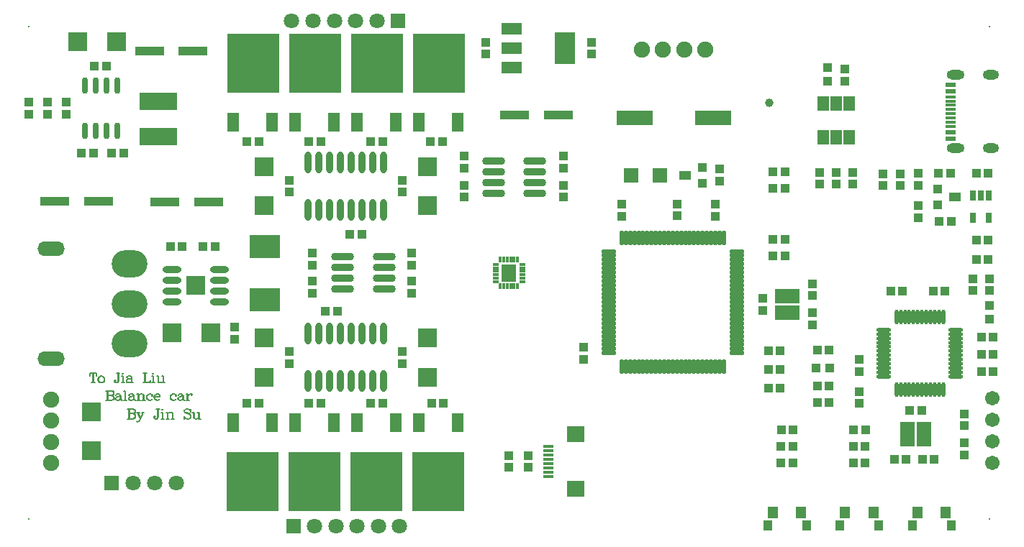
<source format=gts>
G04*
G04 #@! TF.GenerationSoftware,Altium Limited,Altium Designer,20.1.11 (218)*
G04*
G04 Layer_Color=8388736*
%FSLAX25Y25*%
%MOIN*%
G70*
G04*
G04 #@! TF.SameCoordinates,8D0FCBAB-09EC-4A3B-B863-23265075E7EF*
G04*
G04*
G04 #@! TF.FilePolarity,Negative*
G04*
G01*
G75*
%ADD21C,0.00787*%
%ADD63R,0.03950X0.03950*%
%ADD64R,0.04343X0.03950*%
%ADD65C,0.06706*%
%ADD66R,0.03950X0.03950*%
%ADD67R,0.08674X0.08674*%
%ADD68R,0.08674X0.08674*%
%ADD69R,0.03950X0.04343*%
%ADD70R,0.07099X0.07887*%
%ADD71O,0.02965X0.01587*%
%ADD72O,0.01587X0.02965*%
%ADD73R,0.16548X0.06706*%
%ADD74R,0.05524X0.07099*%
%ADD75R,0.06800X0.06800*%
%ADD76R,0.05800X0.04400*%
%ADD77R,0.04400X0.04400*%
%ADD78O,0.06706X0.01863*%
%ADD79O,0.01863X0.06706*%
%ADD80R,0.06706X0.11430*%
%ADD81R,0.03940X0.05120*%
%ADD82R,0.05120X0.05520*%
%ADD83O,0.03162X0.10052*%
%ADD84O,0.08824X0.03060*%
%ADD85O,0.07099X0.01981*%
%ADD86O,0.01981X0.07099*%
%ADD87O,0.02880X0.07743*%
%ADD88R,0.05118X0.01575*%
%ADD89R,0.08268X0.07480*%
%ADD90R,0.17330X0.08270*%
%ADD91R,0.04890X0.02370*%
%ADD92R,0.04890X0.01580*%
%ADD93R,0.13871X0.10540*%
%ADD94R,0.13635X0.04383*%
%ADD95R,0.03162X0.04737*%
%ADD96R,0.05524X0.08674*%
%ADD97R,0.24422X0.27178*%
%ADD98R,0.09461X0.14973*%
%ADD99R,0.09461X0.05524*%
%ADD100O,0.10642X0.03556*%
%ADD101R,0.11430X0.06706*%
%ADD102O,0.16548X0.12611*%
%ADD103O,0.12611X0.06706*%
%ADD104C,0.07487*%
%ADD105R,0.07099X0.07099*%
%ADD106C,0.07099*%
%ADD107O,0.08270X0.04340*%
%ADD108O,0.07490X0.04340*%
%ADD109C,0.00800*%
%ADD110C,0.03950*%
%ADD111C,0.03200*%
D21*
X-185970Y-54614D02*
Y-59113D01*
X-185756Y-54614D02*
Y-59113D01*
X-186613Y-54614D02*
X-184042D01*
X-183399Y-54828D01*
X-183185Y-55042D01*
X-182970Y-55471D01*
Y-55899D01*
X-183185Y-56327D01*
X-183399Y-56542D01*
X-184042Y-56756D01*
Y-54614D02*
X-183613Y-54828D01*
X-183399Y-55042D01*
X-183185Y-55471D01*
Y-55899D01*
X-183399Y-56327D01*
X-183613Y-56542D01*
X-184042Y-56756D01*
X-185756D02*
X-184042D01*
X-183399Y-56970D01*
X-183185Y-57184D01*
X-182970Y-57613D01*
Y-58256D01*
X-183185Y-58684D01*
X-183399Y-58898D01*
X-184042Y-59113D01*
X-186613D01*
X-184042Y-56756D02*
X-183613Y-56970D01*
X-183399Y-57184D01*
X-183185Y-57613D01*
Y-58256D01*
X-183399Y-58684D01*
X-183613Y-58898D01*
X-184042Y-59113D01*
X-181942Y-56542D02*
Y-56756D01*
X-182156D01*
Y-56542D01*
X-181942Y-56327D01*
X-181514Y-56113D01*
X-180657D01*
X-180228Y-56327D01*
X-180014Y-56542D01*
X-179800Y-56970D01*
Y-58470D01*
X-179586Y-58898D01*
X-179371Y-59113D01*
X-180014Y-56542D02*
Y-58470D01*
X-179800Y-58898D01*
X-179371Y-59113D01*
X-179157D01*
X-180014Y-56970D02*
X-180228Y-57184D01*
X-181514Y-57399D01*
X-182156Y-57613D01*
X-182371Y-58041D01*
Y-58470D01*
X-182156Y-58898D01*
X-181514Y-59113D01*
X-180871D01*
X-180443Y-58898D01*
X-180014Y-58470D01*
X-181514Y-57399D02*
X-181942Y-57613D01*
X-182156Y-58041D01*
Y-58470D01*
X-181942Y-58898D01*
X-181514Y-59113D01*
X-177872Y-54614D02*
Y-59113D01*
X-177657Y-54614D02*
Y-59113D01*
X-178514Y-54614D02*
X-177657D01*
X-178514Y-59113D02*
X-177015D01*
X-175772Y-56542D02*
Y-56756D01*
X-175986D01*
Y-56542D01*
X-175772Y-56327D01*
X-175344Y-56113D01*
X-174487D01*
X-174058Y-56327D01*
X-173844Y-56542D01*
X-173630Y-56970D01*
Y-58470D01*
X-173415Y-58898D01*
X-173201Y-59113D01*
X-173844Y-56542D02*
Y-58470D01*
X-173630Y-58898D01*
X-173201Y-59113D01*
X-172987D01*
X-173844Y-56970D02*
X-174058Y-57184D01*
X-175344Y-57399D01*
X-175986Y-57613D01*
X-176200Y-58041D01*
Y-58470D01*
X-175986Y-58898D01*
X-175344Y-59113D01*
X-174701D01*
X-174272Y-58898D01*
X-173844Y-58470D01*
X-175344Y-57399D02*
X-175772Y-57613D01*
X-175986Y-58041D01*
Y-58470D01*
X-175772Y-58898D01*
X-175344Y-59113D01*
X-171702Y-56113D02*
Y-59113D01*
X-171487Y-56113D02*
Y-59113D01*
Y-56756D02*
X-171059Y-56327D01*
X-170416Y-56113D01*
X-169988D01*
X-169345Y-56327D01*
X-169131Y-56756D01*
Y-59113D01*
X-169988Y-56113D02*
X-169559Y-56327D01*
X-169345Y-56756D01*
Y-59113D01*
X-172344Y-56113D02*
X-171487D01*
X-172344Y-59113D02*
X-170844D01*
X-169988D02*
X-168488D01*
X-165339Y-56756D02*
X-165553Y-56970D01*
X-165339Y-57184D01*
X-165124Y-56970D01*
Y-56756D01*
X-165553Y-56327D01*
X-165981Y-56113D01*
X-166624D01*
X-167267Y-56327D01*
X-167695Y-56756D01*
X-167910Y-57399D01*
Y-57827D01*
X-167695Y-58470D01*
X-167267Y-58898D01*
X-166624Y-59113D01*
X-166195D01*
X-165553Y-58898D01*
X-165124Y-58470D01*
X-166624Y-56113D02*
X-167052Y-56327D01*
X-167481Y-56756D01*
X-167695Y-57399D01*
Y-57827D01*
X-167481Y-58470D01*
X-167052Y-58898D01*
X-166624Y-59113D01*
X-164225Y-57399D02*
X-161654D01*
Y-56970D01*
X-161868Y-56542D01*
X-162082Y-56327D01*
X-162511Y-56113D01*
X-163153D01*
X-163796Y-56327D01*
X-164225Y-56756D01*
X-164439Y-57399D01*
Y-57827D01*
X-164225Y-58470D01*
X-163796Y-58898D01*
X-163153Y-59113D01*
X-162725D01*
X-162082Y-58898D01*
X-161654Y-58470D01*
X-161868Y-57399D02*
Y-56756D01*
X-162082Y-56327D01*
X-163153Y-56113D02*
X-163582Y-56327D01*
X-164010Y-56756D01*
X-164225Y-57399D01*
Y-57827D01*
X-164010Y-58470D01*
X-163582Y-58898D01*
X-163153Y-59113D01*
X-154348Y-56756D02*
X-154562Y-56970D01*
X-154348Y-57184D01*
X-154134Y-56970D01*
Y-56756D01*
X-154562Y-56327D01*
X-154991Y-56113D01*
X-155633D01*
X-156276Y-56327D01*
X-156705Y-56756D01*
X-156919Y-57399D01*
Y-57827D01*
X-156705Y-58470D01*
X-156276Y-58898D01*
X-155633Y-59113D01*
X-155205D01*
X-154562Y-58898D01*
X-154134Y-58470D01*
X-155633Y-56113D02*
X-156062Y-56327D01*
X-156491Y-56756D01*
X-156705Y-57399D01*
Y-57827D01*
X-156491Y-58470D01*
X-156062Y-58898D01*
X-155633Y-59113D01*
X-153020Y-56542D02*
Y-56756D01*
X-153234D01*
Y-56542D01*
X-153020Y-56327D01*
X-152591Y-56113D01*
X-151734D01*
X-151306Y-56327D01*
X-151092Y-56542D01*
X-150877Y-56970D01*
Y-58470D01*
X-150663Y-58898D01*
X-150449Y-59113D01*
X-151092Y-56542D02*
Y-58470D01*
X-150877Y-58898D01*
X-150449Y-59113D01*
X-150235D01*
X-151092Y-56970D02*
X-151306Y-57184D01*
X-152591Y-57399D01*
X-153234Y-57613D01*
X-153448Y-58041D01*
Y-58470D01*
X-153234Y-58898D01*
X-152591Y-59113D01*
X-151949D01*
X-151520Y-58898D01*
X-151092Y-58470D01*
X-152591Y-57399D02*
X-153020Y-57613D01*
X-153234Y-58041D01*
Y-58470D01*
X-153020Y-58898D01*
X-152591Y-59113D01*
X-148949Y-56113D02*
Y-59113D01*
X-148735Y-56113D02*
Y-59113D01*
Y-57399D02*
X-148521Y-56756D01*
X-148092Y-56327D01*
X-147664Y-56113D01*
X-147021D01*
X-146807Y-56327D01*
Y-56542D01*
X-147021Y-56756D01*
X-147235Y-56542D01*
X-147021Y-56327D01*
X-149592Y-56113D02*
X-148735D01*
X-149592Y-59113D02*
X-148092D01*
X-175970Y-63114D02*
Y-67613D01*
X-175756Y-63114D02*
Y-67613D01*
X-176613Y-63114D02*
X-174042D01*
X-173399Y-63328D01*
X-173185Y-63542D01*
X-172970Y-63971D01*
Y-64399D01*
X-173185Y-64828D01*
X-173399Y-65042D01*
X-174042Y-65256D01*
Y-63114D02*
X-173613Y-63328D01*
X-173399Y-63542D01*
X-173185Y-63971D01*
Y-64399D01*
X-173399Y-64828D01*
X-173613Y-65042D01*
X-174042Y-65256D01*
X-175756D02*
X-174042D01*
X-173399Y-65470D01*
X-173185Y-65685D01*
X-172970Y-66113D01*
Y-66756D01*
X-173185Y-67184D01*
X-173399Y-67399D01*
X-174042Y-67613D01*
X-176613D01*
X-174042Y-65256D02*
X-173613Y-65470D01*
X-173399Y-65685D01*
X-173185Y-66113D01*
Y-66756D01*
X-173399Y-67184D01*
X-173613Y-67399D01*
X-174042Y-67613D01*
X-171942Y-64614D02*
X-170657Y-67613D01*
X-171728Y-64614D02*
X-170657Y-67184D01*
X-169371Y-64614D02*
X-170657Y-67613D01*
X-171085Y-68470D01*
X-171514Y-68898D01*
X-171942Y-69113D01*
X-172156D01*
X-172371Y-68898D01*
X-172156Y-68684D01*
X-171942Y-68898D01*
X-172371Y-64614D02*
X-171085D01*
X-170228D02*
X-168943D01*
X-162558Y-63114D02*
Y-66756D01*
X-162773Y-67399D01*
X-163201Y-67613D01*
X-163630D01*
X-164058Y-67399D01*
X-164272Y-66970D01*
Y-66542D01*
X-164058Y-66328D01*
X-163844Y-66542D01*
X-164058Y-66756D01*
X-162773Y-63114D02*
Y-66756D01*
X-162987Y-67399D01*
X-163201Y-67613D01*
X-163415Y-63114D02*
X-161916D01*
X-160545D02*
X-160759Y-63328D01*
X-160545Y-63542D01*
X-160330Y-63328D01*
X-160545Y-63114D01*
Y-64614D02*
Y-67613D01*
X-160330Y-64614D02*
Y-67613D01*
X-161187Y-64614D02*
X-160330D01*
X-161187Y-67613D02*
X-159688D01*
X-158231Y-64614D02*
Y-67613D01*
X-158017Y-64614D02*
Y-67613D01*
Y-65256D02*
X-157588Y-64828D01*
X-156945Y-64614D01*
X-156517D01*
X-155874Y-64828D01*
X-155660Y-65256D01*
Y-67613D01*
X-156517Y-64614D02*
X-156088Y-64828D01*
X-155874Y-65256D01*
Y-67613D01*
X-158874Y-64614D02*
X-158017D01*
X-158874Y-67613D02*
X-157374D01*
X-156517D02*
X-155017D01*
X-147605Y-63757D02*
X-147390Y-63114D01*
Y-64399D01*
X-147605Y-63757D01*
X-148033Y-63328D01*
X-148676Y-63114D01*
X-149319D01*
X-149961Y-63328D01*
X-150390Y-63757D01*
Y-64185D01*
X-150175Y-64614D01*
X-149961Y-64828D01*
X-149533Y-65042D01*
X-148247Y-65470D01*
X-147819Y-65685D01*
X-147390Y-66113D01*
X-150390Y-64185D02*
X-149961Y-64614D01*
X-149533Y-64828D01*
X-148247Y-65256D01*
X-147819Y-65470D01*
X-147605Y-65685D01*
X-147390Y-66113D01*
Y-66970D01*
X-147819Y-67399D01*
X-148461Y-67613D01*
X-149104D01*
X-149747Y-67399D01*
X-150175Y-66970D01*
X-150390Y-66328D01*
Y-67613D01*
X-150175Y-66970D01*
X-146083Y-64614D02*
Y-66970D01*
X-145869Y-67399D01*
X-145227Y-67613D01*
X-144798D01*
X-144155Y-67399D01*
X-143727Y-66970D01*
X-145869Y-64614D02*
Y-66970D01*
X-145655Y-67399D01*
X-145227Y-67613D01*
X-143727Y-64614D02*
Y-67613D01*
X-143513Y-64614D02*
Y-67613D01*
X-146726Y-64614D02*
X-145869D01*
X-144369D02*
X-143513D01*
X-143727Y-67613D02*
X-142870D01*
X-192713Y-46414D02*
Y-50913D01*
X-192499Y-46414D02*
Y-50913D01*
X-193998Y-46414D02*
X-194213Y-47699D01*
Y-46414D01*
X-190999D01*
Y-47699D01*
X-191213Y-46414D01*
X-193356Y-50913D02*
X-191856D01*
X-189071Y-47913D02*
X-189714Y-48127D01*
X-190142Y-48556D01*
X-190356Y-49199D01*
Y-49627D01*
X-190142Y-50270D01*
X-189714Y-50698D01*
X-189071Y-50913D01*
X-188642D01*
X-188000Y-50698D01*
X-187571Y-50270D01*
X-187357Y-49627D01*
Y-49199D01*
X-187571Y-48556D01*
X-188000Y-48127D01*
X-188642Y-47913D01*
X-189071D01*
X-189499Y-48127D01*
X-189928Y-48556D01*
X-190142Y-49199D01*
Y-49627D01*
X-189928Y-50270D01*
X-189499Y-50698D01*
X-189071Y-50913D01*
X-188642D02*
X-188214Y-50698D01*
X-187785Y-50270D01*
X-187571Y-49627D01*
Y-49199D01*
X-187785Y-48556D01*
X-188214Y-48127D01*
X-188642Y-47913D01*
X-180930Y-46414D02*
Y-50056D01*
X-181144Y-50698D01*
X-181572Y-50913D01*
X-182001D01*
X-182429Y-50698D01*
X-182644Y-50270D01*
Y-49841D01*
X-182429Y-49627D01*
X-182215Y-49841D01*
X-182429Y-50056D01*
X-181144Y-46414D02*
Y-50056D01*
X-181358Y-50698D01*
X-181572Y-50913D01*
X-181787Y-46414D02*
X-180287D01*
X-178916D02*
X-179130Y-46628D01*
X-178916Y-46842D01*
X-178702Y-46628D01*
X-178916Y-46414D01*
Y-47913D02*
Y-50913D01*
X-178702Y-47913D02*
Y-50913D01*
X-179559Y-47913D02*
X-178702D01*
X-179559Y-50913D02*
X-178059D01*
X-176816Y-48342D02*
Y-48556D01*
X-177031D01*
Y-48342D01*
X-176816Y-48127D01*
X-176388Y-47913D01*
X-175531D01*
X-175102Y-48127D01*
X-174888Y-48342D01*
X-174674Y-48770D01*
Y-50270D01*
X-174460Y-50698D01*
X-174246Y-50913D01*
X-174888Y-48342D02*
Y-50270D01*
X-174674Y-50698D01*
X-174246Y-50913D01*
X-174031D01*
X-174888Y-48770D02*
X-175102Y-48984D01*
X-176388Y-49199D01*
X-177031Y-49413D01*
X-177245Y-49841D01*
Y-50270D01*
X-177031Y-50698D01*
X-176388Y-50913D01*
X-175745D01*
X-175317Y-50698D01*
X-174888Y-50270D01*
X-176388Y-49199D02*
X-176816Y-49413D01*
X-177031Y-49841D01*
Y-50270D01*
X-176816Y-50698D01*
X-176388Y-50913D01*
X-168697Y-46414D02*
Y-50913D01*
X-168482Y-46414D02*
Y-50913D01*
X-169339Y-46414D02*
X-167840D01*
X-169339Y-50913D02*
X-166126D01*
Y-49627D01*
X-166340Y-50913D01*
X-164840Y-46414D02*
X-165055Y-46628D01*
X-164840Y-46842D01*
X-164626Y-46628D01*
X-164840Y-46414D01*
Y-47913D02*
Y-50913D01*
X-164626Y-47913D02*
Y-50913D01*
X-165483Y-47913D02*
X-164626D01*
X-165483Y-50913D02*
X-163983D01*
X-162527Y-47913D02*
Y-50270D01*
X-162312Y-50698D01*
X-161670Y-50913D01*
X-161241D01*
X-160598Y-50698D01*
X-160170Y-50270D01*
X-162312Y-47913D02*
Y-50270D01*
X-162098Y-50698D01*
X-161670Y-50913D01*
X-160170Y-47913D02*
Y-50913D01*
X-159956Y-47913D02*
Y-50913D01*
X-163169Y-47913D02*
X-162312D01*
X-160813D02*
X-159956D01*
X-160170Y-50913D02*
X-159313D01*
D63*
X147700Y95143D02*
D03*
X147728Y88848D02*
D03*
X222527Y-21411D02*
D03*
X222499Y-15116D02*
D03*
D64*
X155500Y89075D02*
D03*
Y94586D02*
D03*
X97600Y48086D02*
D03*
Y42575D02*
D03*
X162284Y-40189D02*
D03*
Y-45700D02*
D03*
X211000Y-70911D02*
D03*
Y-65400D02*
D03*
X210979Y-84300D02*
D03*
Y-78789D02*
D03*
X162306Y-55000D02*
D03*
Y-60511D02*
D03*
X25100Y35089D02*
D03*
Y40600D02*
D03*
X34400Y-40011D02*
D03*
Y-34500D02*
D03*
X-101773Y-42002D02*
D03*
Y-36491D02*
D03*
X-49393Y-42002D02*
D03*
Y-36491D02*
D03*
X-127200Y-25114D02*
D03*
Y-30625D02*
D03*
X-101752Y43070D02*
D03*
Y37559D02*
D03*
X-10916Y101420D02*
D03*
Y106931D02*
D03*
X-49372Y43070D02*
D03*
Y37559D02*
D03*
X140662Y-18542D02*
D03*
Y-24054D02*
D03*
X140640Y-10548D02*
D03*
Y-5037D02*
D03*
X52200Y26389D02*
D03*
Y31900D02*
D03*
X95500Y26389D02*
D03*
Y31900D02*
D03*
X214800Y-8200D02*
D03*
Y-2689D02*
D03*
X-205100Y73575D02*
D03*
Y79086D02*
D03*
X0Y-90230D02*
D03*
Y-84719D02*
D03*
X-91200Y-9400D02*
D03*
Y-3889D02*
D03*
Y3700D02*
D03*
Y9211D02*
D03*
X-20703Y35089D02*
D03*
Y40600D02*
D03*
Y48689D02*
D03*
Y54200D02*
D03*
X189648Y31095D02*
D03*
Y25584D02*
D03*
X159334Y41123D02*
D03*
Y46634D02*
D03*
X189648Y40573D02*
D03*
Y46084D02*
D03*
X151559Y41123D02*
D03*
Y46634D02*
D03*
X143784Y41123D02*
D03*
Y46634D02*
D03*
X173100Y46023D02*
D03*
Y40512D02*
D03*
X181363Y46023D02*
D03*
Y40512D02*
D03*
X38200Y106931D02*
D03*
Y101420D02*
D03*
X222481Y-2605D02*
D03*
Y-8116D02*
D03*
X117447Y-11820D02*
D03*
Y-17331D02*
D03*
X77800Y26450D02*
D03*
Y31961D02*
D03*
X-222300Y73636D02*
D03*
Y79147D02*
D03*
X-213700Y79086D02*
D03*
Y73575D02*
D03*
X-45200Y-9400D02*
D03*
Y-3889D02*
D03*
Y3700D02*
D03*
Y9211D02*
D03*
X25100Y48689D02*
D03*
Y54200D02*
D03*
X8900Y-84719D02*
D03*
Y-90230D02*
D03*
D65*
X224000Y-88200D02*
D03*
Y-78200D02*
D03*
Y-68200D02*
D03*
Y-58200D02*
D03*
D66*
X142202Y-44100D02*
D03*
X148497Y-44072D02*
D03*
D67*
X-181790Y107300D02*
D03*
X-199900D02*
D03*
X-156200Y-27900D02*
D03*
X-138090D02*
D03*
D68*
X-193500Y-82455D02*
D03*
Y-64345D02*
D03*
X-113300Y-48271D02*
D03*
Y-30161D02*
D03*
X-37650D02*
D03*
Y-48271D02*
D03*
X-145100Y-5900D02*
D03*
X-113300Y49339D02*
D03*
Y31229D02*
D03*
X-37650D02*
D03*
Y49339D02*
D03*
D69*
X120145Y-53300D02*
D03*
X125656D02*
D03*
X127773Y47013D02*
D03*
X122262D02*
D03*
X127773Y39238D02*
D03*
X122262D02*
D03*
X127834Y15653D02*
D03*
X122323D02*
D03*
X127773Y7900D02*
D03*
X122262D02*
D03*
X142820Y-52300D02*
D03*
X148331D02*
D03*
X142820Y-60100D02*
D03*
X148331D02*
D03*
X148270Y-35900D02*
D03*
X142759D02*
D03*
X184052Y-86484D02*
D03*
X178541D02*
D03*
X176800Y-8500D02*
D03*
X182311D02*
D03*
X185641Y-63686D02*
D03*
X191152D02*
D03*
X191552Y-86463D02*
D03*
X197063D02*
D03*
X201911Y-8500D02*
D03*
X196400D02*
D03*
X218819Y-29784D02*
D03*
X224330D02*
D03*
Y-37784D02*
D03*
X218819D02*
D03*
X224330Y-45784D02*
D03*
X218819D02*
D03*
X165020Y-88100D02*
D03*
X159509D02*
D03*
X165020Y-80389D02*
D03*
X159509D02*
D03*
X165081Y-72700D02*
D03*
X159570D02*
D03*
X221978Y6384D02*
D03*
X216467D02*
D03*
X221978Y15084D02*
D03*
X216467D02*
D03*
X131581Y-72700D02*
D03*
X126070D02*
D03*
X120145Y-36226D02*
D03*
X125656D02*
D03*
X120145Y-44763D02*
D03*
X125656D02*
D03*
X216467Y46184D02*
D03*
X221978D02*
D03*
X-192111Y96000D02*
D03*
X-186600D02*
D03*
X-141627Y12352D02*
D03*
X-136116D02*
D03*
X-156927D02*
D03*
X-151416D02*
D03*
X-68139Y18006D02*
D03*
X-73650D02*
D03*
X-85111Y-17800D02*
D03*
X-79600D02*
D03*
X199348Y23984D02*
D03*
X204859D02*
D03*
X204559Y46184D02*
D03*
X199048D02*
D03*
X131520Y-88100D02*
D03*
X126009D02*
D03*
X131520Y-80389D02*
D03*
X126009D02*
D03*
X-184100Y55500D02*
D03*
X-178589D02*
D03*
X-198011D02*
D03*
X-192500D02*
D03*
X-121407Y61000D02*
D03*
X-115896D02*
D03*
X-58563D02*
D03*
X-64074D02*
D03*
X-92741D02*
D03*
X-87230D02*
D03*
X-30900D02*
D03*
X-36411D02*
D03*
X-30300Y-60500D02*
D03*
X-35811D02*
D03*
X-92741D02*
D03*
X-87230D02*
D03*
X-58563D02*
D03*
X-64074D02*
D03*
X-121407D02*
D03*
X-115896D02*
D03*
D70*
X0Y0D02*
D03*
D71*
X-6201Y-3937D02*
D03*
Y-2362D02*
D03*
Y-787D02*
D03*
Y787D02*
D03*
Y2362D02*
D03*
Y3937D02*
D03*
X6201D02*
D03*
Y2362D02*
D03*
Y787D02*
D03*
Y-787D02*
D03*
Y-2362D02*
D03*
Y-3937D02*
D03*
D72*
X-3937Y6201D02*
D03*
X-2362D02*
D03*
X-787D02*
D03*
X787D02*
D03*
X2362D02*
D03*
X3937D02*
D03*
Y-6201D02*
D03*
X2362D02*
D03*
X787D02*
D03*
X-787D02*
D03*
X-2362D02*
D03*
X-3937D02*
D03*
D73*
X94410Y71900D02*
D03*
X58190D02*
D03*
D74*
X157506Y62745D02*
D03*
X151600D02*
D03*
X145695D02*
D03*
Y78497D02*
D03*
X151600D02*
D03*
X157506Y78497D02*
D03*
D75*
X56400Y45300D02*
D03*
X69900D02*
D03*
D76*
X81400Y45350D02*
D03*
X206433Y35235D02*
D03*
D77*
X89400Y41550D02*
D03*
Y49050D02*
D03*
X198433Y31535D02*
D03*
Y39035D02*
D03*
D78*
X173568Y-48027D02*
D03*
X173568Y-46058D02*
D03*
X173568Y-44090D02*
D03*
X173568Y-42121D02*
D03*
X173568Y-40153D02*
D03*
X173568Y-38184D02*
D03*
X173568Y-36216D02*
D03*
X173568Y-34247D02*
D03*
X173568Y-32279D02*
D03*
X173568Y-30310D02*
D03*
X173568Y-28342D02*
D03*
X173568Y-26373D02*
D03*
X207032Y-26373D02*
D03*
X207032Y-28342D02*
D03*
X207032Y-30310D02*
D03*
X207032Y-32279D02*
D03*
X207032Y-34247D02*
D03*
X207032Y-36216D02*
D03*
X207032Y-38184D02*
D03*
X207032Y-40153D02*
D03*
X207032Y-42121D02*
D03*
X207032Y-44090D02*
D03*
X207032Y-46058D02*
D03*
X207032Y-48027D02*
D03*
D79*
X179473Y-20468D02*
D03*
X181442D02*
D03*
X183410D02*
D03*
X185379D02*
D03*
X187347D02*
D03*
X189316D02*
D03*
X191284D02*
D03*
X193253D02*
D03*
X195221D02*
D03*
X197190D02*
D03*
X199158D02*
D03*
X201127D02*
D03*
Y-53932D02*
D03*
X199158D02*
D03*
X197190D02*
D03*
X195221D02*
D03*
X193253D02*
D03*
X191284D02*
D03*
X189316D02*
D03*
X187347D02*
D03*
X185379D02*
D03*
X183410D02*
D03*
X181442D02*
D03*
X179473D02*
D03*
D80*
X184625Y-74684D02*
D03*
X192107D02*
D03*
D81*
X137850Y-117150D02*
D03*
X119740D02*
D03*
X171350D02*
D03*
X153240D02*
D03*
X204850D02*
D03*
X186740D02*
D03*
D82*
X135390Y-111050D02*
D03*
X122200D02*
D03*
X168890D02*
D03*
X155700D02*
D03*
X202390D02*
D03*
X189200D02*
D03*
D83*
X-93252Y-50239D02*
D03*
X-88252Y-50239D02*
D03*
X-83252Y-50239D02*
D03*
X-78252Y-50239D02*
D03*
X-73252D02*
D03*
X-68252Y-50239D02*
D03*
X-63252Y-50239D02*
D03*
X-58252Y-50239D02*
D03*
X-93252Y-28192D02*
D03*
X-88252Y-28192D02*
D03*
X-83252Y-28192D02*
D03*
X-78252Y-28192D02*
D03*
X-73252D02*
D03*
X-68252Y-28192D02*
D03*
X-63252Y-28192D02*
D03*
X-58252Y-28192D02*
D03*
Y51308D02*
D03*
X-63252Y51308D02*
D03*
X-68252Y51308D02*
D03*
X-73252Y51308D02*
D03*
X-78252D02*
D03*
X-83252Y51308D02*
D03*
X-88252Y51308D02*
D03*
X-93252Y51308D02*
D03*
X-58252Y29261D02*
D03*
X-63252Y29261D02*
D03*
X-68252Y29261D02*
D03*
X-73252Y29261D02*
D03*
X-78252D02*
D03*
X-83252Y29261D02*
D03*
X-88252Y29261D02*
D03*
X-93252Y29261D02*
D03*
D84*
X-134198Y-13400D02*
D03*
Y-8400D02*
D03*
Y-3400D02*
D03*
Y1600D02*
D03*
X-156002Y-13400D02*
D03*
Y-8400D02*
D03*
Y-3400D02*
D03*
Y1600D02*
D03*
D85*
X105560Y-37173D02*
D03*
Y-35205D02*
D03*
X105560Y-33236D02*
D03*
Y-31268D02*
D03*
X105560Y-29299D02*
D03*
X105560Y-27331D02*
D03*
X105560Y-25362D02*
D03*
Y-23394D02*
D03*
X105560Y-21425D02*
D03*
Y-19457D02*
D03*
X105560Y-17488D02*
D03*
X105560Y-15519D02*
D03*
Y-13551D02*
D03*
X105560Y-11582D02*
D03*
Y-9614D02*
D03*
X105560Y-7645D02*
D03*
X105560Y-5677D02*
D03*
X105560Y-3708D02*
D03*
Y-1740D02*
D03*
X105560Y229D02*
D03*
Y2197D02*
D03*
X105560Y4166D02*
D03*
X105560Y6134D02*
D03*
X105560Y8103D02*
D03*
Y10071D02*
D03*
X46112D02*
D03*
Y8103D02*
D03*
X46112Y6134D02*
D03*
Y4166D02*
D03*
X46112Y2197D02*
D03*
Y229D02*
D03*
X46112Y-1740D02*
D03*
Y-3708D02*
D03*
X46112Y-5677D02*
D03*
Y-7645D02*
D03*
X46112Y-9614D02*
D03*
Y-11582D02*
D03*
X46112Y-13551D02*
D03*
Y-15519D02*
D03*
X46112Y-17488D02*
D03*
X46112Y-19457D02*
D03*
Y-21425D02*
D03*
X46112Y-23394D02*
D03*
Y-25362D02*
D03*
Y-27331D02*
D03*
Y-29299D02*
D03*
Y-31268D02*
D03*
X46112Y-33236D02*
D03*
X46112Y-35205D02*
D03*
Y-37173D02*
D03*
D86*
X99458Y16173D02*
D03*
X97490D02*
D03*
X95521Y16173D02*
D03*
X93553Y16173D02*
D03*
X91584D02*
D03*
X89616D02*
D03*
X87647D02*
D03*
X85679D02*
D03*
X83710D02*
D03*
X81742Y16173D02*
D03*
X79773Y16173D02*
D03*
X77804Y16173D02*
D03*
X75836D02*
D03*
X73867Y16173D02*
D03*
X71899D02*
D03*
X69930D02*
D03*
X67962D02*
D03*
X65993D02*
D03*
X64025Y16173D02*
D03*
X62056Y16173D02*
D03*
X60088D02*
D03*
X58119Y16173D02*
D03*
X56151D02*
D03*
X54182Y16173D02*
D03*
X52214D02*
D03*
Y-43275D02*
D03*
X54182D02*
D03*
X56151Y-43275D02*
D03*
X58119D02*
D03*
X60088Y-43275D02*
D03*
X62056D02*
D03*
X64025Y-43275D02*
D03*
X65993D02*
D03*
X67962Y-43275D02*
D03*
X69930D02*
D03*
X71899Y-43275D02*
D03*
X73867D02*
D03*
X75836Y-43275D02*
D03*
X77804Y-43275D02*
D03*
X79773Y-43275D02*
D03*
X81742Y-43275D02*
D03*
X83710D02*
D03*
X85679D02*
D03*
X87647D02*
D03*
X89616D02*
D03*
X91584Y-43275D02*
D03*
X93553Y-43275D02*
D03*
X95521D02*
D03*
X97490Y-43275D02*
D03*
X99458D02*
D03*
D87*
X-196400Y65800D02*
D03*
X-191400D02*
D03*
X-186400D02*
D03*
X-181400D02*
D03*
X-196400Y86922D02*
D03*
X-191400D02*
D03*
X-186400D02*
D03*
X-181400D02*
D03*
D88*
X18349Y-94334D02*
D03*
Y-92365D02*
D03*
Y-90397D02*
D03*
Y-88428D02*
D03*
Y-86460D02*
D03*
Y-84491D02*
D03*
Y-82523D02*
D03*
Y-80554D02*
D03*
D89*
X30750Y-100042D02*
D03*
X30751Y-74846D02*
D03*
D90*
X-162600Y79450D02*
D03*
Y63350D02*
D03*
D91*
X204560Y87400D02*
D03*
Y84250D02*
D03*
Y65350D02*
D03*
Y62200D02*
D03*
D92*
Y81690D02*
D03*
X204550Y79720D02*
D03*
X204560Y77750D02*
D03*
Y75780D02*
D03*
Y73820D02*
D03*
Y71850D02*
D03*
Y69880D02*
D03*
X204550Y67910D02*
D03*
D93*
X-113000Y12313D02*
D03*
Y-12513D02*
D03*
D94*
X-210300Y33200D02*
D03*
X-190064D02*
D03*
X-146364Y103000D02*
D03*
X-166600D02*
D03*
X-139146Y32992D02*
D03*
X-159382D02*
D03*
X22754Y73392D02*
D03*
X2517D02*
D03*
D95*
X222372Y25666D02*
D03*
X214892Y25666D02*
D03*
X214892Y35903D02*
D03*
X218632Y35902D02*
D03*
X222372Y35902D02*
D03*
D96*
X-52342Y69972D02*
D03*
X-70295D02*
D03*
X-109676D02*
D03*
X-127628D02*
D03*
X-23676D02*
D03*
X-41628D02*
D03*
X-81009D02*
D03*
X-98962D02*
D03*
X-98962Y-69404D02*
D03*
X-81009D02*
D03*
X-41628D02*
D03*
X-23676D02*
D03*
X-127628D02*
D03*
X-109676D02*
D03*
X-70295D02*
D03*
X-52342D02*
D03*
D97*
X-61240Y97196D02*
D03*
X-118573D02*
D03*
X-32573D02*
D03*
X-89907D02*
D03*
X-90064Y-96628D02*
D03*
X-32731D02*
D03*
X-118731D02*
D03*
X-61397D02*
D03*
D98*
X25794Y104206D02*
D03*
D99*
X1384Y95151D02*
D03*
Y104206D02*
D03*
Y113261D02*
D03*
D100*
X12046Y36900D02*
D03*
Y41900D02*
D03*
Y46900D02*
D03*
Y51900D02*
D03*
X-7246Y36900D02*
D03*
Y41900D02*
D03*
Y46900D02*
D03*
Y51900D02*
D03*
X-57804Y-7394D02*
D03*
Y-2394D02*
D03*
Y2606D02*
D03*
Y7606D02*
D03*
X-77096Y-7394D02*
D03*
Y-2394D02*
D03*
Y2606D02*
D03*
Y7606D02*
D03*
D101*
X128832Y-18319D02*
D03*
Y-10838D02*
D03*
D102*
X-175779Y-32813D02*
D03*
Y-14310D02*
D03*
Y4194D02*
D03*
D103*
X-212000Y-39900D02*
D03*
Y11281D02*
D03*
D104*
X61537Y103700D02*
D03*
X71378D02*
D03*
X81221D02*
D03*
X91063D02*
D03*
X-212100Y-58636D02*
D03*
Y-68479D02*
D03*
Y-78321D02*
D03*
Y-88164D02*
D03*
D105*
X-51394Y116900D02*
D03*
X-99913Y-117500D02*
D03*
X-184100Y-97400D02*
D03*
D106*
X-61236Y116900D02*
D03*
X-71078D02*
D03*
X-80921D02*
D03*
X-90764D02*
D03*
X-100606D02*
D03*
X-90070Y-117500D02*
D03*
X-80228D02*
D03*
X-70385D02*
D03*
X-60542D02*
D03*
X-50700D02*
D03*
X-154100Y-97400D02*
D03*
X-164100D02*
D03*
X-174100D02*
D03*
D107*
X206790Y57790D02*
D03*
Y91810D02*
D03*
D108*
X223250D02*
D03*
Y57790D02*
D03*
D109*
X222441Y-114173D02*
D03*
Y114173D02*
D03*
X-222441D02*
D03*
Y-114173D02*
D03*
D110*
X120700Y79000D02*
D03*
D111*
X-147068Y-3931D02*
D03*
Y-7868D02*
D03*
X-143131D02*
D03*
Y-3931D02*
D03*
M02*

</source>
